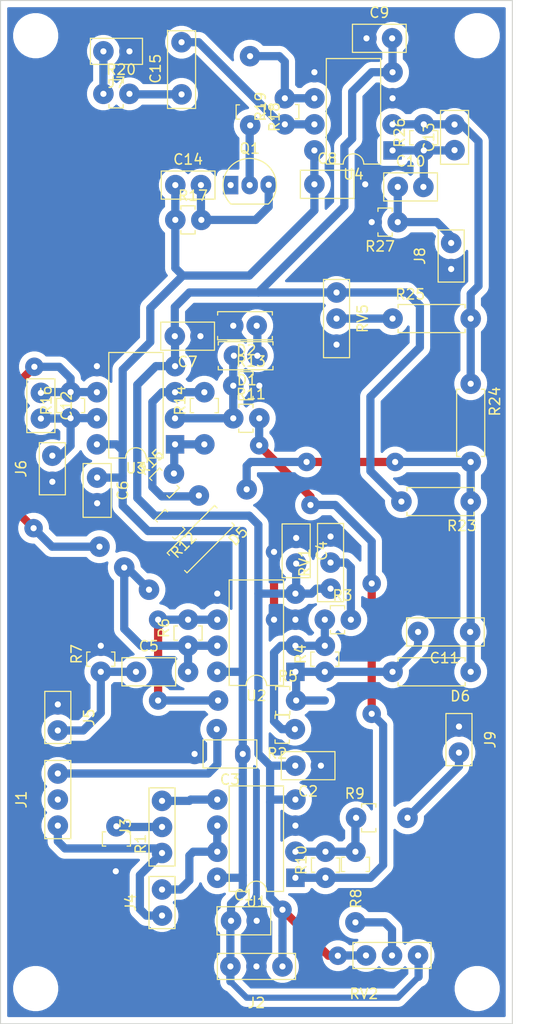
<source format=kicad_pcb>
(kicad_pcb (version 20171130) (host pcbnew "(5.1.7-0-10_14)")
  (layers (0 F.Cu signal) (31 B.Cu signal) (34 B.Paste user) (35 F.Paste user) (36 B.SilkS user) (37 F.SilkS user hide) (38 B.Mask user) (39 F.Mask user) (44 Edge.Cuts user))
  (net 0 "")
  (net 1 GND)
  (net 2 +12V)
  (net 3 -12V)
  (net 4 RAW_SAW)
  (net 5 +5V)
  (net 6 -5V)
  (net 7 COARSE)
  (net 8 "Net-(J3-Pad2)")
  (net 9 "Net-(J4-Pad1)")
  (net 10 SAW_DBL_INV)
  (net 11 OUT_SAW)
  (net 12 "Net-(R2-Pad1)")
  (net 13 "Net-(R3-Pad2)")
  (net 14 SAW_INV)
  (net 15 "Net-(R5-Pad1)")
  (net 16 "Net-(D1-Pad2)")
  (net 17 "Net-(D1-Pad1)")
  (net 18 "Net-(R8-Pad2)")
  (net 19 "Net-(R10-Pad2)")
  (net 20 "Net-(R12-Pad1)")
  (net 21 "Net-(R14-Pad1)")
  (net 22 PWM)
  (net 23 OUT_SQR)
  (net 24 "Net-(C10-Pad2)")
  (net 25 OUT_TRI)
  (net 26 "Net-(R25-Pad1)")
  (net 27 OUT_NOISE)
  (net 28 "Net-(C12-Pad1)")
  (net 29 "Net-(C11-Pad1)")
  (net 30 "Net-(C13-Pad2)")
  (net 31 "Net-(C14-Pad2)")
  (net 32 "Net-(C15-Pad2)")
  (net 33 "Net-(C15-Pad1)")
  (net 34 CV_PWM)
  (net 35 "Net-(Q1-Pad2)")
  (net 36 "Net-(Q1-Pad1)")
  (net 37 "Net-(R18-Pad1)")
  (module Zimo_Manual_PCB:R_Axial_DIN0207_L6.3mm_D2.5mm_P7.62mm_Horizontal (layer F.Cu) (at 163.1696 98.8568 180)
    (fp_text reference R23 (at 1.7272 -2.3622) (layer F.SilkS))
    (fp_text value 10k)
    (pad 1 thru_hole circle (at 0.8636 0 180) (size 2 2) (drill 0.6) (layers *.Cu *.Mask) (net 29 "Net-(C11-Pad1)"))
    (pad 2 thru_hole oval (at 7.62 0 180) (size 2 2) (drill 0.6) (layers *.Cu *.Mask) (net 3 -12V))
  )
  (module Zimo_Manual_PCB:R_Axial_DIN0207_L6.3mm_D2.5mm_P7.62mm_Horizontal (layer F.Cu) (at 154.686 81.026)
    (fp_text reference R25 (at 1.7272 -2.3622) (layer F.SilkS))
    (fp_text value 100k)
    (pad 1 thru_hole circle (at 0 0) (size 2 2) (drill 0.6) (layers *.Cu *.Mask) (net 26 "Net-(R25-Pad1)"))
    (pad 2 thru_hole oval (at 7.62 0) (size 2 2) (drill 0.6) (layers *.Cu *.Mask) (net 30 "Net-(C13-Pad2)"))
  )
  (module Zimo_Manual_PCB:R_Axial_DIN0207_L6.3mm_D2.5mm_P7.62mm_Horizontal (layer F.Cu) (at 162.306 87.376 270)
    (fp_text reference R24 (at 1.7272 -2.3622 90) (layer F.SilkS))
    (fp_text value 100k)
    (pad 1 thru_hole circle (at 0 0 270) (size 2 2) (drill 0.6) (layers *.Cu *.Mask) (net 30 "Net-(C13-Pad2)"))
    (pad 2 thru_hole oval (at 7.62 0 270) (size 2 2) (drill 0.6) (layers *.Cu *.Mask) (net 29 "Net-(C11-Pad1)"))
  )
  (module Zimo_Manual_PCB:D_Axial (layer F.Cu) (at 138.684 99.822 225)
    (fp_text reference D5 (at 1.016 -2.37 45) (layer F.SilkS))
    (fp_text value 1N4148)
    (pad 1 thru_hole circle (at -2.783879 0.269408 225) (size 2 2) (drill 0.6) (layers *.Cu *.Mask) (net 29 "Net-(C11-Pad1)"))
    (pad 2 thru_hole oval (at 10.86611 0.089803 225) (size 2 2) (drill 0.6) (layers *.Cu *.Mask) (net 10 SAW_DBL_INV))
  )
  (module Zimo_Manual_PCB:D_Axial (layer F.Cu) (at 162.306 115.443 180)
    (fp_text reference D6 (at 1.016 -2.37) (layer F.SilkS))
    (fp_text value 1N4148)
    (pad 1 thru_hole circle (at 0 0 180) (size 2 2) (drill 0.6) (layers *.Cu *.Mask) (net 29 "Net-(C11-Pad1)"))
    (pad 2 thru_hole oval (at 7.62 0 180) (size 2 2) (drill 0.6) (layers *.Cu *.Mask) (net 14 SAW_INV))
  )
  (module MountingHole:MountingHole_3.2mm_M3 (layer F.Cu) (at 162.941 146.304)
    (fp_text reference REF** hide)
    (fp_text value MountingHole_3.2mm_M3 hide)
    (pad 1 np_thru_hole circle (at 0 0) (size 3.2 3.2) (drill 3.2) (layers *.Cu *.Mask))
  )
  (module MountingHole:MountingHole_3.2mm_M3 (layer F.Cu) (at 119.888 146.304)
    (fp_text reference REF** hide)
    (fp_text value MountingHole_3.2mm_M3 hide)
    (pad 1 np_thru_hole circle (at 0 0) (size 3.2 3.2) (drill 3.2) (layers *.Cu *.Mask))
  )
  (module MountingHole:MountingHole_3.2mm_M3 (layer F.Cu) (at 119.888 53.467)
    (fp_text reference REF** hide)
    (fp_text value MountingHole_3.2mm_M3 hide)
    (pad 1 np_thru_hole circle (at 0 0) (size 3.2 3.2) (drill 3.2) (layers *.Cu *.Mask))
  )
  (module MountingHole:MountingHole_3.2mm_M3 (layer F.Cu) (at 162.941 53.467)
    (fp_text reference REF** hide)
    (fp_text value MountingHole_3.2mm_M3 hide)
    (pad 1 np_thru_hole circle (at 0 0) (size 3.2 3.2) (drill 3.2) (layers *.Cu *.Mask))
  )
  (module Zimo_Manual_PCB:C_Disc_D5.0mm_W2.5mm_P2.50mm (layer F.Cu) (at 138.938 139.7)
    (fp_text reference C1 (at 1.25 -2.5) (layer F.SilkS))
    (fp_text value 100n)
    (pad 1 thru_hole circle (at 0 0) (size 2 2) (drill 0.6) (layers *.Cu *.Mask) (net 2 +12V))
    (pad 2 thru_hole circle (at 2.5 0) (size 2 2) (drill 0.6) (layers *.Cu *.Mask) (net 1 GND))
  )
  (module Zimo_Manual_PCB:C_Disc_D5.0mm_W2.5mm_P2.50mm (layer F.Cu) (at 147.701 124.587 180)
    (fp_text reference C2 (at 1.25 -2.5) (layer F.SilkS))
    (fp_text value 100n)
    (pad 2 thru_hole circle (at 2.5 0 180) (size 2 2) (drill 0.6) (layers *.Cu *.Mask) (net 3 -12V))
    (pad 1 thru_hole circle (at 0 0 180) (size 2 2) (drill 0.6) (layers *.Cu *.Mask) (net 1 GND))
  )
  (module Zimo_Manual_PCB:C_Disc_D5.0mm_W2.5mm_P2.50mm (layer F.Cu) (at 140.081 123.444 180)
    (fp_text reference C3 (at 1.25 -2.5) (layer F.SilkS))
    (fp_text value 100n)
    (pad 2 thru_hole circle (at 4.699 0 180) (size 2 2) (drill 0.6) (layers *.Cu *.Mask) (net 1 GND))
    (pad 1 thru_hole oval (at 0 0 180) (size 1.5 2) (drill 0.6) (layers *.Cu *.Mask) (net 2 +12V))
  )
  (module Zimo_Manual_PCB:C_Disc_D5.0mm_W2.5mm_P2.50mm (layer F.Cu) (at 145.288 102.402 270)
    (fp_text reference C4 (at 1.25 -2.5 90) (layer F.SilkS))
    (fp_text value 100n)
    (pad 1 thru_hole circle (at 0 0 270) (size 2 2) (drill 0.6) (layers *.Cu *.Mask) (net 1 GND))
    (pad 2 thru_hole circle (at 2.5 0 270) (size 2 2) (drill 0.6) (layers *.Cu *.Mask) (net 3 -12V))
  )
  (module Zimo_Manual_PCB:C_Disc_D5.0mm_W2.5mm_P2.50mm (layer F.Cu) (at 129.667 115.443)
    (fp_text reference C5 (at 1.25 -2.5) (layer F.SilkS))
    (fp_text value 470n)
    (pad 2 thru_hole circle (at 5.08 0) (size 2 2) (drill 0.6) (layers *.Cu *.Mask) (net 10 SAW_DBL_INV))
    (pad 1 thru_hole circle (at 0 0) (size 2 2) (drill 0.6) (layers *.Cu *.Mask) (net 11 OUT_SAW))
  )
  (module Zimo_Manual_PCB:NSL25_01x03_Vertical (layer F.Cu) (at 122.047 125.349 270)
    (fp_text reference J1 (at 2.54 3.556 90) (layer F.SilkS))
    (fp_text value "In + 5VPower")
    (pad 1 thru_hole circle (at 0 0 270) (size 2 2) (drill 0.6) (layers *.Cu *.Mask) (net 4 RAW_SAW))
    (pad 2 thru_hole circle (at 2.54 0 270) (size 2 2) (drill 0.6) (layers *.Cu *.Mask) (net 5 +5V))
    (pad 3 thru_hole circle (at 5.08 0 270) (size 2 2) (drill 0.6) (layers *.Cu *.Mask) (net 6 -5V))
  )
  (module Zimo_Manual_PCB:NSL25_01x03_Vertical (layer F.Cu) (at 138.8745 144.145)
    (fp_text reference J2 (at 2.54 3.556) (layer F.SilkS))
    (fp_text value Power)
    (pad 3 thru_hole circle (at 5.08 0) (size 2 2) (drill 0.6) (layers *.Cu *.Mask) (net 3 -12V))
    (pad 2 thru_hole circle (at 2.54 0) (size 2 2) (drill 0.6) (layers *.Cu *.Mask) (net 1 GND))
    (pad 1 thru_hole circle (at 0 0) (size 2 2) (drill 0.6) (layers *.Cu *.Mask) (net 2 +12V))
  )
  (module Zimo_Manual_PCB:NSL25_01x03_Vertical (layer F.Cu) (at 132.207 128.016 270)
    (fp_text reference J3 (at 2.54 3.556 90) (layer F.SilkS))
    (fp_text value "Course Switch IO")
    (pad 1 thru_hole circle (at 0 0 270) (size 2 2) (drill 0.6) (layers *.Cu *.Mask) (net 7 COARSE))
    (pad 2 thru_hole circle (at 2.54 0 270) (size 2 2) (drill 0.6) (layers *.Cu *.Mask) (net 8 "Net-(J3-Pad2)"))
    (pad 3 thru_hole circle (at 5.08 0 270) (size 2 2) (drill 0.6) (layers *.Cu *.Mask) (net 6 -5V))
  )
  (module Zimo_Manual_PCB:NSL25_01x02_Vertical (layer F.Cu) (at 132.207 136.652 270)
    (fp_text reference J4 (at 1.27 3.048 90) (layer F.SilkS))
    (fp_text value "Coarse VCO IO")
    (pad 1 thru_hole circle (at 0 0 270) (size 2 2) (drill 0.6) (layers *.Cu *.Mask) (net 9 "Net-(J4-Pad1)"))
    (pad 2 thru_hole circle (at 2.54 0 270) (size 2 2) (drill 0.6) (layers *.Cu *.Mask) (net 6 -5V))
  )
  (module Zimo_Manual_PCB:NSL25_01x02_Vertical (layer F.Cu) (at 122.047 121.158 90)
    (fp_text reference J5 (at 1.27 3.048 90) (layer F.SilkS))
    (fp_text value "Saw Out")
    (pad 2 thru_hole circle (at 2.54 0 90) (size 2 2) (drill 0.6) (layers *.Cu *.Mask) (net 1 GND))
    (pad 1 thru_hole circle (at 0 0 90) (size 2 2) (drill 0.6) (layers *.Cu *.Mask) (net 11 OUT_SAW))
  )
  (module Zimo_Manual_PCB:R_Axial_Vertical (layer F.Cu) (at 127.762 130.4925 270)
    (fp_text reference R1 (at 1.7272 -2.3622 90) (layer F.SilkS))
    (fp_text value "1.5k (0.1%)")
    (pad 2 thru_hole oval (at 4.3815 0.0635 270) (size 2 2) (drill 0.6) (layers *.Cu *.Mask) (net 1 GND))
    (pad 1 thru_hole circle (at 0 0 270) (size 2 2) (drill 0.6) (layers *.Cu *.Mask) (net 8 "Net-(J3-Pad2)"))
  )
  (module Zimo_Manual_PCB:R_Axial_Vertical (layer F.Cu) (at 145.161 121.031 180)
    (fp_text reference R2 (at 1.7272 -2.3622) (layer F.SilkS))
    (fp_text value 10k)
    (pad 2 thru_hole oval (at 7.62 0 180) (size 2 2) (drill 0.6) (layers *.Cu *.Mask) (net 4 RAW_SAW))
    (pad 1 thru_hole circle (at 0 0 180) (size 2 2) (drill 0.6) (layers *.Cu *.Mask) (net 12 "Net-(R2-Pad1)"))
  )
  (module Zimo_Manual_PCB:R_Axial_Vertical (layer F.Cu) (at 148.082 110.363)
    (fp_text reference R3 (at 1.7272 -2.3622) (layer F.SilkS))
    (fp_text value 2.2k)
    (pad 1 thru_hole circle (at 0 0) (size 2 2) (drill 0.6) (layers *.Cu *.Mask) (net 12 "Net-(R2-Pad1)"))
    (pad 2 thru_hole oval (at 2.54 0) (size 2 2) (drill 0.6) (layers *.Cu *.Mask) (net 13 "Net-(R3-Pad2)"))
  )
  (module Zimo_Manual_PCB:R_Axial_Vertical (layer F.Cu) (at 148.082 115.443 90)
    (fp_text reference R4 (at 1.7272 -2.3622 90) (layer F.SilkS))
    (fp_text value 15k)
    (pad 2 thru_hole oval (at 2.54 0 90) (size 2 2) (drill 0.6) (layers *.Cu *.Mask) (net 12 "Net-(R2-Pad1)"))
    (pad 1 thru_hole circle (at 0 0 90) (size 2 2) (drill 0.6) (layers *.Cu *.Mask) (net 14 SAW_INV))
  )
  (module Zimo_Manual_PCB:R_Axial_Vertical (layer F.Cu) (at 142.748 118.237)
    (fp_text reference R5 (at 1.7272 -2.3622) (layer F.SilkS))
    (fp_text value 100k)
    (pad 1 thru_hole circle (at -5.08 0) (size 2 2) (drill 0.6) (layers *.Cu *.Mask) (net 15 "Net-(R5-Pad1)"))
    (pad 2 thru_hole oval (at 2.54 0) (size 2 2) (drill 0.6) (layers *.Cu *.Mask) (net 14 SAW_INV))
  )
  (module Zimo_Manual_PCB:R_Axial_Vertical (layer F.Cu) (at 134.747 112.903 90)
    (fp_text reference R6 (at 1.7272 -2.3622 90) (layer F.SilkS))
    (fp_text value 100k)
    (pad 2 thru_hole oval (at 2.54 0 90) (size 2 2) (drill 0.6) (layers *.Cu *.Mask) (net 15 "Net-(R5-Pad1)"))
    (pad 1 thru_hole circle (at 0 0 90) (size 2 2) (drill 0.6) (layers *.Cu *.Mask) (net 10 SAW_DBL_INV))
  )
  (module Zimo_Manual_PCB:R_Axial_Vertical (layer F.Cu) (at 126.238 115.443 90)
    (fp_text reference R7 (at 1.7272 -2.3622 90) (layer F.SilkS))
    (fp_text value 1M)
    (pad 1 thru_hole circle (at 0 0 90) (size 2 2) (drill 0.6) (layers *.Cu *.Mask) (net 11 OUT_SAW))
    (pad 2 thru_hole oval (at 2.54 0 90) (size 2 2) (drill 0.6) (layers *.Cu *.Mask) (net 1 GND))
  )
  (module Zimo_Manual_PCB:PinOut_01x03 (layer F.Cu) (at 148.6408 102.2604 270)
    (fp_text reference RV1 (at 2.54 2.54 90) (layer F.SilkS))
    (fp_text value 10k)
    (pad 1 thru_hole circle (at 0 0 270) (size 2 2) (drill 0.6) (layers *.Cu *.Mask) (net 1 GND))
    (pad 2 thru_hole circle (at 2.54 0 270) (size 2 2) (drill 0.6) (layers *.Cu *.Mask) (net 13 "Net-(R3-Pad2)"))
    (pad 3 thru_hole circle (at 5.08 0 270) (size 2 2) (drill 0.6) (layers *.Cu *.Mask) (net 3 -12V))
  )
  (module Zimo_Manual_PCB:DIP-8_W7.62mm (layer F.Cu) (at 145.2145 135.509 180)
    (fp_text reference U1 (at 3.81 -2.33) (layer F.SilkS))
    (fp_text value TL072)
    (pad 1 thru_hole rect (at 0 0 180) (size 1.8 1.8) (drill 0.6) (layers *.Cu *.Mask) (net 22 PWM))
    (pad 5 thru_hole oval (at 7.62 7.62 180) (size 2 2) (drill 0.6) (layers *.Cu *.Mask) (net 7 COARSE))
    (pad 2 thru_hole oval (at 0 2.54 180) (size 2 2) (drill 0.6) (layers *.Cu *.Mask) (net 19 "Net-(R10-Pad2)"))
    (pad 6 thru_hole oval (at 7.62 5.08 180) (size 2 2) (drill 0.6) (layers *.Cu *.Mask) (net 9 "Net-(J4-Pad1)"))
    (pad 3 thru_hole oval (at 0 5.08 180) (size 2 2) (drill 0.6) (layers *.Cu *.Mask) (net 1 GND))
    (pad 7 thru_hole oval (at 7.62 2.54 180) (size 2 2) (drill 0.6) (layers *.Cu *.Mask) (net 9 "Net-(J4-Pad1)"))
    (pad 4 thru_hole oval (at 0 7.62 180) (size 2 2) (drill 0.6) (layers *.Cu *.Mask) (net 3 -12V))
    (pad 8 thru_hole oval (at 7.62 0 180) (size 2 2) (drill 0.6) (layers *.Cu *.Mask) (net 2 +12V))
  )
  (module Zimo_Manual_PCB:DIP-8_W7.62mm (layer F.Cu) (at 145.2145 115.443 180)
    (fp_text reference U2 (at 3.81 -2.33) (layer F.SilkS))
    (fp_text value TL072)
    (pad 8 thru_hole oval (at 7.62 0 180) (size 2 2) (drill 0.6) (layers *.Cu *.Mask) (net 2 +12V))
    (pad 4 thru_hole oval (at 0 7.62 180) (size 2 2) (drill 0.6) (layers *.Cu *.Mask) (net 3 -12V))
    (pad 7 thru_hole oval (at 7.62 2.54 180) (size 2 2) (drill 0.6) (layers *.Cu *.Mask) (net 10 SAW_DBL_INV))
    (pad 3 thru_hole oval (at 0 5.08 180) (size 2 2) (drill 0.6) (layers *.Cu *.Mask) (net 1 GND))
    (pad 6 thru_hole oval (at 7.62 5.08 180) (size 2 2) (drill 0.6) (layers *.Cu *.Mask) (net 15 "Net-(R5-Pad1)"))
    (pad 2 thru_hole oval (at 0 2.54 180) (size 2 2) (drill 0.6) (layers *.Cu *.Mask) (net 12 "Net-(R2-Pad1)"))
    (pad 5 thru_hole oval (at 7.62 7.62 180) (size 2 2) (drill 0.6) (layers *.Cu *.Mask) (net 1 GND))
    (pad 1 thru_hole rect (at 0 0 180) (size 1.8 1.8) (drill 0.6) (layers *.Cu *.Mask) (net 14 SAW_INV))
  )
  (module Zimo_Manual_PCB:C_Disc_D5.0mm_W2.5mm_P2.50mm (layer F.Cu) (at 125.8805 96.52 270)
    (fp_text reference C6 (at 1.25 -2.5 270) (layer F.SilkS))
    (fp_text value 100n)
    (pad 2 thru_hole circle (at 2.5 0 270) (size 2 2) (drill 0.6) (layers *.Cu *.Mask) (net 1 GND))
    (pad 1 thru_hole circle (at 0 0 270) (size 2 2) (drill 0.6) (layers *.Cu *.Mask) (net 2 +12V))
  )
  (module Zimo_Manual_PCB:C_Disc_D5.0mm_W2.5mm_P2.50mm (layer F.Cu) (at 135.9535 82.7405 180)
    (fp_text reference C7 (at 1.25 -2.5) (layer F.SilkS))
    (fp_text value 100n)
    (pad 1 thru_hole circle (at 0 0 180) (size 2 2) (drill 0.6) (layers *.Cu *.Mask) (net 1 GND))
    (pad 2 thru_hole circle (at 2.5 0 180) (size 2 2) (drill 0.6) (layers *.Cu *.Mask) (net 3 -12V))
  )
  (module Zimo_Manual_PCB:D_Axial-Vertical (layer F.Cu) (at 141.5034 84.6455 180)
    (fp_text reference D1 (at 1.016 -2.37) (layer F.SilkS))
    (fp_text value 4.7V)
    (pad 2 thru_hole oval (at 2.286 0 180) (size 2 2) (drill 0.6) (layers *.Cu *.Mask) (net 16 "Net-(D1-Pad2)"))
    (pad 1 thru_hole circle (at 0 0 180) (size 2 2) (drill 0.6) (layers *.Cu *.Mask) (net 17 "Net-(D1-Pad1)"))
  )
  (module Zimo_Manual_PCB:D_Axial-Vertical (layer F.Cu) (at 141.4399 81.7245 180)
    (fp_text reference D2 (at 1.016 -2.37) (layer F.SilkS))
    (fp_text value 4.7V)
    (pad 1 thru_hole circle (at 0 0 180) (size 2 2) (drill 0.6) (layers *.Cu *.Mask) (net 17 "Net-(D1-Pad1)"))
    (pad 2 thru_hole oval (at 2.286 0 180) (size 2 2) (drill 0.6) (layers *.Cu *.Mask) (net 1 GND))
  )
  (module Zimo_Manual_PCB:R_Axial_Vertical (layer F.Cu) (at 139.1539 90.7415)
    (fp_text reference R11 (at 1.7272 -2.3622) (layer F.SilkS))
    (fp_text value 47k)
    (pad 1 thru_hole circle (at 0 0) (size 2 2) (drill 0.6) (layers *.Cu *.Mask) (net 16 "Net-(D1-Pad2)"))
    (pad 2 thru_hole oval (at 2.54 0) (size 2 2) (drill 0.6) (layers *.Cu *.Mask) (net 22 PWM))
  )
  (module Zimo_Manual_PCB:R_Axial_Vertical (layer F.Cu) (at 133.858 100.203 225)
    (fp_text reference R12 (at 1.7272 -2.3622 45) (layer F.SilkS))
    (fp_text value 2.2k)
    (pad 1 thru_hole circle (at -2.7432 0 225) (size 2 2) (drill 0.6) (layers *.Cu *.Mask) (net 20 "Net-(R12-Pad1)"))
    (pad 2 thru_hole oval (at 7.36381 0.179605 225) (size 2 2) (drill 0.6) (layers *.Cu *.Mask) (net 10 SAW_DBL_INV))
  )
  (module Zimo_Manual_PCB:R_Axial_Vertical (layer F.Cu) (at 139.1539 87.5665)
    (fp_text reference R13 (at 1.7272 -2.3622) (layer F.SilkS))
    (fp_text value 220k)
    (pad 2 thru_hole oval (at 2.54 0) (size 2 2) (drill 0.6) (layers *.Cu *.Mask) (net 1 GND))
    (pad 1 thru_hole circle (at 0 0) (size 2 2) (drill 0.6) (layers *.Cu *.Mask) (net 16 "Net-(D1-Pad2)"))
  )
  (module Zimo_Manual_PCB:R_Axial_Vertical (layer F.Cu) (at 136.3345 90.7415 90)
    (fp_text reference R14 (at 1.7272 -2.3622 90) (layer F.SilkS))
    (fp_text value 2.2M)
    (pad 2 thru_hole oval (at 2.54 0 90) (size 2 2) (drill 0.6) (layers *.Cu *.Mask) (net 20 "Net-(R12-Pad1)"))
    (pad 1 thru_hole circle (at -2.54 0 90) (size 2 2) (drill 0.6) (layers *.Cu *.Mask) (net 21 "Net-(R14-Pad1)"))
  )
  (module Zimo_Manual_PCB:R_Axial_Vertical (layer F.Cu) (at 131.572 97.917 45)
    (fp_text reference R15 (at 1.7272 -2.3622 45) (layer F.SilkS))
    (fp_text value 240k)
    (pad 1 thru_hole circle (at -7.633218 -0.089803 45) (size 2 2) (drill 0.6) (layers *.Cu *.Mask) (net 28 "Net-(C12-Pad1)"))
    (pad 2 thru_hole oval (at 2.54 0 45) (size 2 2) (drill 0.6) (layers *.Cu *.Mask) (net 21 "Net-(R14-Pad1)"))
  )
  (module Zimo_Manual_PCB:R_Axial_Vertical (layer F.Cu) (at 123.2916 90.7288 90)
    (fp_text reference R16 (at 1.7272 -2.3622 90) (layer F.SilkS))
    (fp_text value 100k)
    (pad 2 thru_hole oval (at 2.54 0 90) (size 2 2) (drill 0.6) (layers *.Cu *.Mask) (net 28 "Net-(C12-Pad1)"))
    (pad 1 thru_hole circle (at 0 0 90) (size 2 2) (drill 0.6) (layers *.Cu *.Mask) (net 23 OUT_SQR))
  )
  (module Zimo_Manual_PCB:R_Axial_Vertical (layer F.Cu) (at 151.0665 132.969 270)
    (fp_text reference R8 (at 4.572 -0.0635 90) (layer F.SilkS))
    (fp_text value 150k)
    (pad 2 thru_hole oval (at 6.8834 0 270) (size 2 2) (drill 0.6) (layers *.Cu *.Mask) (net 18 "Net-(R8-Pad2)"))
    (pad 1 thru_hole circle (at 0 0 270) (size 2 2) (drill 0.6) (layers *.Cu *.Mask) (net 19 "Net-(R10-Pad2)"))
  )
  (module Zimo_Manual_PCB:R_Axial_Vertical (layer F.Cu) (at 151.13 129.667)
    (fp_text reference R9 (at -0.127 -2.3622) (layer F.SilkS))
    (fp_text value 47k)
    (pad 1 thru_hole circle (at 0 0) (size 2 2) (drill 0.6) (layers *.Cu *.Mask) (net 19 "Net-(R10-Pad2)"))
    (pad 2 thru_hole oval (at 5.0165 0) (size 2 2) (drill 0.6) (layers *.Cu *.Mask) (net 34 CV_PWM))
  )
  (module Zimo_Manual_PCB:R_Axial_Vertical (layer F.Cu) (at 148.1455 135.509 90)
    (fp_text reference R10 (at 1.7272 -2.3622 90) (layer F.SilkS))
    (fp_text value 100k)
    (pad 2 thru_hole oval (at 2.54 0 90) (size 2 2) (drill 0.6) (layers *.Cu *.Mask) (net 19 "Net-(R10-Pad2)"))
    (pad 1 thru_hole circle (at 0 0 90) (size 2 2) (drill 0.6) (layers *.Cu *.Mask) (net 22 PWM))
  )
  (module Zimo_Manual_PCB:NSL25_01x03_Vertical (layer F.Cu) (at 157.1752 143.0782 180)
    (fp_text reference RV2 (at 5.2832 -3.7338) (layer F.SilkS))
    (fp_text value 100k)
    (pad 3 thru_hole circle (at 5.08 0 180) (size 2 2) (drill 0.6) (layers *.Cu *.Mask) (net 3 -12V))
    (pad 2 thru_hole circle (at 2.54 0 180) (size 2 2) (drill 0.6) (layers *.Cu *.Mask) (net 18 "Net-(R8-Pad2)"))
    (pad 1 thru_hole circle (at 0 0 180) (size 2 2) (drill 0.6) (layers *.Cu *.Mask) (net 2 +12V))
  )
  (module Zimo_Manual_PCB:DIP-8_W7.62mm (layer F.Cu) (at 133.477 93.2815 180)
    (fp_text reference U3 (at 3.81 -2.33) (layer F.SilkS))
    (fp_text value TL072)
    (pad 8 thru_hole oval (at 7.62 0 180) (size 2 2) (drill 0.6) (layers *.Cu *.Mask) (net 2 +12V))
    (pad 4 thru_hole oval (at 0 7.62 180) (size 2 2) (drill 0.6) (layers *.Cu *.Mask) (net 3 -12V))
    (pad 7 thru_hole oval (at 7.62 2.54 180) (size 2 2) (drill 0.6) (layers *.Cu *.Mask) (net 23 OUT_SQR))
    (pad 3 thru_hole oval (at 0 5.08 180) (size 2 2) (drill 0.6) (layers *.Cu *.Mask) (net 20 "Net-(R12-Pad1)"))
    (pad 6 thru_hole oval (at 7.62 5.08 180) (size 2 2) (drill 0.6) (layers *.Cu *.Mask) (net 28 "Net-(C12-Pad1)"))
    (pad 2 thru_hole oval (at 0 2.54 180) (size 2 2) (drill 0.6) (layers *.Cu *.Mask) (net 16 "Net-(D1-Pad2)"))
    (pad 5 thru_hole oval (at 7.62 7.62 180) (size 2 2) (drill 0.6) (layers *.Cu *.Mask) (net 1 GND))
    (pad 1 thru_hole rect (at 0 0 180) (size 1.8 1.8) (drill 0.6) (layers *.Cu *.Mask) (net 21 "Net-(R14-Pad1)"))
  )
  (module Zimo_Manual_PCB:NSL25_01x02_Vertical (layer F.Cu) (at 121.5136 94.3864 270)
    (fp_text reference J6 (at 1.27 3.048 90) (layer F.SilkS))
    (fp_text value "Square Out")
    (pad 1 thru_hole circle (at 0 0 270) (size 2 2) (drill 0.6) (layers *.Cu *.Mask) (net 23 OUT_SQR))
    (pad 2 thru_hole circle (at 2.54 0 270) (size 2 2) (drill 0.6) (layers *.Cu *.Mask) (net 1 GND))
  )
  (module Zimo_Manual_PCB:C_Disc_D5.0mm_W2.5mm_P2.50mm (layer F.Cu) (at 147.066 67.945)
    (fp_text reference C8 (at 1.25 -2.5) (layer F.SilkS))
    (fp_text value 100n)
    (pad 2 thru_hole circle (at 4.953 0) (size 2 2) (drill 0.6) (layers *.Cu *.Mask) (net 1 GND))
    (pad 1 thru_hole circle (at 0 0) (size 2 2) (drill 0.6) (layers *.Cu *.Mask) (net 2 +12V))
  )
  (module Zimo_Manual_PCB:C_Disc_D5.0mm_W2.5mm_P2.50mm (layer F.Cu) (at 152.146 53.721)
    (fp_text reference C9 (at 1.25 -2.5) (layer F.SilkS))
    (fp_text value 100n)
    (pad 1 thru_hole circle (at 0 0) (size 2 2) (drill 0.6) (layers *.Cu *.Mask) (net 1 GND))
    (pad 2 thru_hole circle (at 2.5 0) (size 2 2) (drill 0.6) (layers *.Cu *.Mask) (net 3 -12V))
  )
  (module Zimo_Manual_PCB:DIP-8_W7.62mm (layer F.Cu) (at 154.686 64.643 180)
    (fp_text reference U4 (at 3.81 -2.33) (layer F.SilkS))
    (fp_text value TL072)
    (pad 8 thru_hole oval (at 7.62 0 180) (size 2 2) (drill 0.6) (layers *.Cu *.Mask) (net 2 +12V))
    (pad 4 thru_hole oval (at 0 7.62 180) (size 2 2) (drill 0.6) (layers *.Cu *.Mask) (net 3 -12V))
    (pad 7 thru_hole oval (at 7.62 2.54 180) (size 2 2) (drill 0.6) (layers *.Cu *.Mask) (net 32 "Net-(C15-Pad2)"))
    (pad 3 thru_hole oval (at 0 5.08 180) (size 2 2) (drill 0.6) (layers *.Cu *.Mask) (net 1 GND))
    (pad 6 thru_hole oval (at 7.62 5.08 180) (size 2 2) (drill 0.6) (layers *.Cu *.Mask) (net 37 "Net-(R18-Pad1)"))
    (pad 2 thru_hole oval (at 0 2.54 180) (size 2 2) (drill 0.6) (layers *.Cu *.Mask) (net 30 "Net-(C13-Pad2)"))
    (pad 5 thru_hole oval (at 7.62 7.62 180) (size 2 2) (drill 0.6) (layers *.Cu *.Mask) (net 1 GND))
    (pad 1 thru_hole rect (at 0 0 180) (size 1.8 1.8) (drill 0.6) (layers *.Cu *.Mask) (net 24 "Net-(C10-Pad2)"))
  )
  (module Zimo_Manual_PCB:C_Disc_D5.0mm_W2.5mm_P2.50mm (layer F.Cu) (at 155.194 68.199)
    (fp_text reference C10 (at 1.25 -2.5) (layer F.SilkS))
    (fp_text value 470n)
    (pad 2 thru_hole circle (at 2.5 0) (size 2 2) (drill 0.6) (layers *.Cu *.Mask) (net 24 "Net-(C10-Pad2)"))
    (pad 1 thru_hole circle (at 0 0) (size 2 2) (drill 0.6) (layers *.Cu *.Mask) (net 25 OUT_TRI))
  )
  (module Zimo_Manual_PCB:NSL25_01x02_Vertical (layer F.Cu) (at 160.401 73.66 270)
    (fp_text reference J8 (at 1.27 3.048 90) (layer F.SilkS))
    (fp_text value "Tri Out")
    (pad 1 thru_hole circle (at 0 0 270) (size 2 2) (drill 0.6) (layers *.Cu *.Mask) (net 25 OUT_TRI))
    (pad 2 thru_hole circle (at 2.54 0 270) (size 2 2) (drill 0.6) (layers *.Cu *.Mask) (net 1 GND))
  )
  (module Zimo_Manual_PCB:R_Axial_Vertical (layer F.Cu) (at 157.734 64.643 90)
    (fp_text reference R26 (at 1.7272 -2.3622 90) (layer F.SilkS))
    (fp_text value 220k)
    (pad 1 thru_hole circle (at 0 0 90) (size 2 2) (drill 0.6) (layers *.Cu *.Mask) (net 24 "Net-(C10-Pad2)"))
    (pad 2 thru_hole oval (at 2.54 0 90) (size 2 2) (drill 0.6) (layers *.Cu *.Mask) (net 30 "Net-(C13-Pad2)"))
  )
  (module Zimo_Manual_PCB:R_Axial_Vertical (layer F.Cu) (at 155.194 71.628 180)
    (fp_text reference R27 (at 1.7272 -2.3622) (layer F.SilkS))
    (fp_text value 1M)
    (pad 2 thru_hole oval (at 2.54 0 180) (size 2 2) (drill 0.6) (layers *.Cu *.Mask) (net 1 GND))
    (pad 1 thru_hole circle (at 0 0 180) (size 2 2) (drill 0.6) (layers *.Cu *.Mask) (net 25 OUT_TRI))
  )
  (module Zimo_Manual_PCB:PinOut_01x03 (layer F.Cu) (at 149.225 83.566 90)
    (fp_text reference RV5 (at 2.54 2.54 90) (layer F.SilkS))
    (fp_text value 100k)
    (pad 1 thru_hole circle (at 0 0 90) (size 2 2) (drill 0.6) (layers *.Cu *.Mask) (net 1 GND))
    (pad 2 thru_hole circle (at 2.54 0 90) (size 2 2) (drill 0.6) (layers *.Cu *.Mask) (net 26 "Net-(R25-Pad1)"))
    (pad 3 thru_hole circle (at 5.08 0 90) (size 2 2) (drill 0.6) (layers *.Cu *.Mask) (net 3 -12V))
  )
  (module Zimo_Manual_PCB:NSL25_01x02_Vertical (layer F.Cu) (at 161.163 123.317 90)
    (fp_text reference J9 (at 1.27 3.048 90) (layer F.SilkS))
    (fp_text value PWM)
    (pad 1 thru_hole circle (at 0 0 90) (size 2 2) (drill 0.6) (layers *.Cu *.Mask) (net 34 CV_PWM))
    (pad 2 thru_hole circle (at 2.54 0 90) (size 2 2) (drill 0.6) (layers *.Cu *.Mask) (net 1 GND))
  )
  (module Zimo_Manual_PCB:NSL25_01x02_Vertical (layer F.Cu) (at 126.492 54.991)
    (fp_text reference J7 (at 1.27 3.048) (layer F.SilkS))
    (fp_text value "Noise Out")
    (pad 1 thru_hole circle (at 0 0) (size 2 2) (drill 0.6) (layers *.Cu *.Mask) (net 27 OUT_NOISE))
    (pad 2 thru_hole circle (at 2.54 0) (size 2 2) (drill 0.6) (layers *.Cu *.Mask) (net 1 GND))
  )
  (module Zimo_Manual_PCB:C_Disc_D5.0mm_W2.5mm_P2.50mm (layer F.Cu) (at 120.396 88.265 270)
    (fp_text reference C12 (at 1.25 -2.5 90) (layer F.SilkS))
    (fp_text value 22p)
    (pad 2 thru_hole circle (at 2.5 0 270) (size 2 2) (drill 0.6) (layers *.Cu *.Mask) (net 23 OUT_SQR))
    (pad 1 thru_hole circle (at 0 0 270) (size 2 2) (drill 0.6) (layers *.Cu *.Mask) (net 28 "Net-(C12-Pad1)"))
  )
  (module Zimo_Manual_PCB:C_Foil_P5.48mm (layer F.Cu) (at 162.2552 111.5568 180)
    (fp_text reference C11 (at 2.5 -2.54) (layer F.SilkS))
    (fp_text value "2.2n foil")
    (pad 2 thru_hole circle (at 5.08 0 180) (size 2 2) (drill 0.6) (layers *.Cu *.Mask) (net 14 SAW_INV))
    (pad 1 thru_hole circle (at 0 0 180) (size 2 2) (drill 0.6) (layers *.Cu *.Mask) (net 29 "Net-(C11-Pad1)"))
  )
  (module Zimo_Manual_PCB:C_Disc_D5.0mm_W2.5mm_P2.50mm (layer F.Cu) (at 160.7312 64.6176 90)
    (fp_text reference C13 (at 1.25 -2.5 90) (layer F.SilkS))
    (fp_text value 22p)
    (pad 2 thru_hole circle (at 2.5 0 90) (size 2 2) (drill 0.6) (layers *.Cu *.Mask) (net 30 "Net-(C13-Pad2)"))
    (pad 1 thru_hole circle (at 0 0 90) (size 2 2) (drill 0.6) (layers *.Cu *.Mask) (net 24 "Net-(C10-Pad2)"))
  )
  (module Zimo_Manual_PCB:C_Disc_D5.0mm_W2.5mm_P2.50mm (layer F.Cu) (at 133.5024 68.0212)
    (fp_text reference C14 (at 1.25 -2.5) (layer F.SilkS))
    (fp_text value 100n)
    (pad 2 thru_hole circle (at 2.5 0) (size 2 2) (drill 0.6) (layers *.Cu *.Mask) (net 31 "Net-(C14-Pad2)"))
    (pad 1 thru_hole circle (at 0 0) (size 2 2) (drill 0.6) (layers *.Cu *.Mask) (net 2 +12V))
  )
  (module Zimo_Manual_PCB:C_Foil_P5.48mm (layer F.Cu) (at 134.112 59.182 90)
    (fp_text reference C15 (at 2.5 -2.54 90) (layer F.SilkS))
    (fp_text value 1u)
    (pad 2 thru_hole circle (at 5.08 0 90) (size 2 2) (drill 0.6) (layers *.Cu *.Mask) (net 32 "Net-(C15-Pad2)"))
    (pad 1 thru_hole circle (at 0 0 90) (size 2 2) (drill 0.6) (layers *.Cu *.Mask) (net 33 "Net-(C15-Pad1)"))
  )
  (module Zimo_Manual_PCB:TO-92_Inline (layer F.Cu) (at 139.4841 68.0212)
    (fp_text reference Q1 (at 1.27 -3.56) (layer F.SilkS))
    (fp_text value BC548)
    (pad 2 thru_hole oval (at 1.27 0) (size 1.6 1.8) (drill 0.6) (layers *.Cu *.Mask) (net 35 "Net-(Q1-Pad2)"))
    (pad 3 thru_hole oval (at 3.1242 -0.0254) (size 1.6 1.8) (drill 0.6) (layers *.Cu *.Mask) (net 31 "Net-(C14-Pad2)"))
    (pad 1 thru_hole rect (at -0.5842 0) (size 1.5 1.8) (drill 0.6) (layers *.Cu *.Mask) (net 36 "Net-(Q1-Pad1)"))
  )
  (module Zimo_Manual_PCB:R_Axial_Vertical (layer F.Cu) (at 133.5024 71.4121)
    (fp_text reference R17 (at 1.7272 -2.3622) (layer F.SilkS))
    (fp_text value 470k)
    (pad 1 thru_hole circle (at 0 0) (size 2 2) (drill 0.6) (layers *.Cu *.Mask) (net 2 +12V))
    (pad 2 thru_hole oval (at 2.54 0) (size 2 2) (drill 0.6) (layers *.Cu *.Mask) (net 31 "Net-(C14-Pad2)"))
  )
  (module Zimo_Manual_PCB:R_Axial_Vertical (layer F.Cu) (at 140.8049 59.6646 270)
    (fp_text reference R18 (at 1.7272 -2.3622 90) (layer F.SilkS))
    (fp_text value 2.2k)
    (pad 2 thru_hole oval (at 2.54 0 270) (size 2 2) (drill 0.6) (layers *.Cu *.Mask) (net 35 "Net-(Q1-Pad2)"))
    (pad 1 thru_hole circle (at -4.2037 0.0127 270) (size 2 2) (drill 0.6) (layers *.Cu *.Mask) (net 37 "Net-(R18-Pad1)"))
  )
  (module Zimo_Manual_PCB:R_Axial_Vertical (layer F.Cu) (at 144.1831 62.103 90)
    (fp_text reference R19 (at 1.7272 -2.3622 90) (layer F.SilkS))
    (fp_text value 3.3M)
    (pad 1 thru_hole circle (at 0 0 90) (size 2 2) (drill 0.6) (layers *.Cu *.Mask) (net 32 "Net-(C15-Pad2)"))
    (pad 2 thru_hole oval (at 2.54 0 90) (size 2 2) (drill 0.6) (layers *.Cu *.Mask) (net 37 "Net-(R18-Pad1)"))
  )
  (module Zimo_Manual_PCB:R_Axial_Vertical (layer F.Cu) (at 126.492 59.1312)
    (fp_text reference R20 (at 1.7272 -2.3622) (layer F.SilkS))
    (fp_text value 1k)
    (pad 2 thru_hole oval (at 2.54 0) (size 2 2) (drill 0.6) (layers *.Cu *.Mask) (net 33 "Net-(C15-Pad1)"))
    (pad 1 thru_hole circle (at 0 0) (size 2 2) (drill 0.6) (layers *.Cu *.Mask) (net 27 OUT_NOISE))
  )
  (gr_line (start 116.459 149.733) (end 116.459 50.038) (layer Edge.Cuts) (width 0.1))
  (gr_line (start 166.37 149.733) (end 116.459 149.733) (layer Edge.Cuts) (width 0.1))
  (gr_line (start 166.37 50.038) (end 166.37 149.733) (layer Edge.Cuts) (width 0.1))
  (gr_line (start 116.459 50.038) (end 166.37 50.038) (layer Edge.Cuts) (width 0.1))
  (via (at 143.129 110.363) (size 1.6) (drill 0.6) (layers F.Cu B.Cu) (net 1))
  (segment (start 145.2145 110.363) (end 143.129 110.363) (width 0.8) (layer B.Cu) (net 1))
  (segment (start 143.129 110.363) (end 143.129 103.759) (width 0.8) (layer F.Cu) (net 1))
  (via (at 143.129 103.759) (size 1.6) (drill 0.6) (layers F.Cu B.Cu) (net 1))
  (segment (start 138.8745 139.7635) (end 138.938 139.7) (width 0.8) (layer B.Cu) (net 2))
  (segment (start 138.8745 144.145) (end 138.8745 139.7635) (width 0.8) (layer B.Cu) (net 2))
  (segment (start 138.938 139.7) (end 138.938 138.049) (width 0.8) (layer B.Cu) (net 2))
  (segment (start 138.938 138.049) (end 140.081 136.906) (width 0.8) (layer B.Cu) (net 2))
  (segment (start 139.827 135.509) (end 140.081 135.255) (width 0.8) (layer B.Cu) (net 2))
  (segment (start 137.5945 135.509) (end 139.827 135.509) (width 0.8) (layer B.Cu) (net 2))
  (segment (start 140.081 136.906) (end 140.081 135.255) (width 0.8) (layer B.Cu) (net 2))
  (segment (start 140.081 115.443) (end 137.5945 115.443) (width 0.8) (layer B.Cu) (net 2))
  (segment (start 140.081 135.255) (end 140.081 115.443) (width 0.8) (layer B.Cu) (net 2))
  (segment (start 127.7747 93.2815) (end 125.857 93.2815) (width 0.8) (layer B.Cu) (net 2))
  (segment (start 128.3716 93.8784) (end 127.7747 93.2815) (width 0.8) (layer B.Cu) (net 2))
  (segment (start 125.8805 96.52) (end 128.2192 96.52) (width 0.8) (layer B.Cu) (net 2))
  (segment (start 128.3716 96.3676) (end 128.3716 93.8784) (width 0.8) (layer B.Cu) (net 2))
  (segment (start 128.2192 96.52) (end 128.3716 96.3676) (width 0.8) (layer B.Cu) (net 2))
  (segment (start 147.066 67.945) (end 147.066 64.643) (width 0.8) (layer B.Cu) (net 2))
  (segment (start 147.066 70.485) (end 147.066 67.945) (width 0.8) (layer B.Cu) (net 2))
  (segment (start 143.51 74.041) (end 147.066 70.485) (width 0.8) (layer B.Cu) (net 2))
  (segment (start 128.3716 99.2632) (end 128.3716 96.3676) (width 0.8) (layer B.Cu) (net 2))
  (segment (start 130.8354 101.727) (end 128.3716 99.2632) (width 0.8) (layer B.Cu) (net 2))
  (segment (start 140.081 101.727) (end 130.8354 101.727) (width 0.8) (layer B.Cu) (net 2))
  (segment (start 140.081 115.443) (end 140.081 101.727) (width 0.8) (layer B.Cu) (net 2))
  (segment (start 157.226 145.161) (end 157.226 143.129) (width 0.8) (layer B.Cu) (net 2))
  (segment (start 157.226 143.129) (end 157.1752 143.0782) (width 0.8) (layer B.Cu) (net 2))
  (segment (start 155.194 147.193) (end 157.226 145.161) (width 0.6) (layer B.Cu) (net 2))
  (segment (start 140.462 147.193) (end 155.194 147.193) (width 0.6) (layer B.Cu) (net 2))
  (segment (start 138.8745 145.6055) (end 140.462 147.193) (width 0.6) (layer B.Cu) (net 2))
  (segment (start 138.8745 144.145) (end 138.8745 145.6055) (width 0.8) (layer B.Cu) (net 2))
  (segment (start 134.239 76.835) (end 140.716 76.835) (width 0.8) (layer B.Cu) (net 2))
  (segment (start 140.716 76.835) (end 143.637 73.914) (width 0.8) (layer B.Cu) (net 2))
  (segment (start 131.064 80.01) (end 134.239 76.835) (width 0.8) (layer B.Cu) (net 2))
  (segment (start 131.064 83.312) (end 131.064 80.01) (width 0.8) (layer B.Cu) (net 2))
  (segment (start 128.3716 86.0044) (end 131.064 83.312) (width 0.8) (layer B.Cu) (net 2))
  (segment (start 128.3716 93.8784) (end 128.3716 86.0044) (width 0.8) (layer B.Cu) (net 2))
  (segment (start 133.5024 76.0984) (end 134.239 76.835) (width 0.8) (layer B.Cu) (net 2))
  (segment (start 133.5024 71.4121) (end 133.5024 76.0984) (width 0.8) (layer B.Cu) (net 2))
  (segment (start 133.5024 71.4121) (end 133.5024 68.0212) (width 0.8) (layer B.Cu) (net 2))
  (segment (start 143.9545 138.6205) (end 142.748 137.414) (width 0.8) (layer B.Cu) (net 3))
  (segment (start 142.748 137.414) (end 142.748 128.143) (width 0.8) (layer B.Cu) (net 3))
  (segment (start 143.002 127.889) (end 142.748 128.143) (width 0.8) (layer B.Cu) (net 3))
  (segment (start 145.2145 127.889) (end 143.002 127.889) (width 0.8) (layer B.Cu) (net 3))
  (segment (start 145.201 124.587) (end 142.748 124.587) (width 0.8) (layer B.Cu) (net 3))
  (segment (start 142.748 128.143) (end 142.748 124.587) (width 0.8) (layer B.Cu) (net 3))
  (segment (start 141.605 107.823) (end 145.2145 107.823) (width 0.8) (layer B.Cu) (net 3))
  (segment (start 141.605 123.444) (end 141.605 107.823) (width 0.8) (layer B.Cu) (net 3))
  (segment (start 142.748 124.587) (end 141.605 123.444) (width 0.8) (layer B.Cu) (net 3))
  (segment (start 145.288 107.7495) (end 145.2145 107.823) (width 0.8) (layer B.Cu) (net 3))
  (segment (start 145.288 104.902) (end 145.288 107.7495) (width 0.8) (layer B.Cu) (net 3))
  (segment (start 143.9545 141.1605) (end 143.9545 138.6205) (width 0.8) (layer B.Cu) (net 3))
  (segment (start 143.9545 144.145) (end 143.9545 141.1605) (width 0.8) (layer B.Cu) (net 3))
  (via (at 149.352 143.1036) (size 1.8) (drill 0.6) (layers F.Cu B.Cu) (net 3))
  (segment (start 144.018 138.684) (end 143.9545 138.6205) (width 0.8) (layer F.Cu) (net 3))
  (via (at 143.9545 138.6205) (size 1.8) (drill 0.6) (layers F.Cu B.Cu) (net 3))
  (segment (start 131.6101 85.6615) (end 133.477 85.6615) (width 0.8) (layer B.Cu) (net 3))
  (segment (start 129.794 87.4776) (end 131.6101 85.6615) (width 0.8) (layer B.Cu) (net 3))
  (segment (start 129.794 98.5012) (end 129.794 87.4776) (width 0.8) (layer B.Cu) (net 3))
  (segment (start 131.5212 100.2284) (end 129.794 98.5012) (width 0.8) (layer B.Cu) (net 3))
  (segment (start 140.716 100.2284) (end 131.5212 100.2284) (width 0.8) (layer B.Cu) (net 3))
  (segment (start 141.605 101.1174) (end 140.716 100.2284) (width 0.8) (layer B.Cu) (net 3))
  (segment (start 141.605 107.823) (end 141.605 101.1174) (width 0.8) (layer B.Cu) (net 3))
  (segment (start 133.477 82.764) (end 133.4535 82.7405) (width 0.8) (layer B.Cu) (net 3))
  (segment (start 133.477 85.6615) (end 133.477 82.764) (width 0.8) (layer B.Cu) (net 3))
  (segment (start 149.4155 143.0401) (end 149.352 143.1036) (width 0.8) (layer F.Cu) (net 3))
  (segment (start 152.0952 143.0782) (end 152.1714 143.0782) (width 0.8) (layer B.Cu) (net 3))
  (segment (start 152.1714 143.0782) (end 151.9936 143.256) (width 0.8) (layer B.Cu) (net 3))
  (segment (start 149.3774 143.0782) (end 149.352 143.1036) (width 0.8) (layer B.Cu) (net 3))
  (segment (start 152.0952 143.0782) (end 149.3774 143.0782) (width 0.8) (layer B.Cu) (net 3))
  (segment (start 148.4376 143.1036) (end 143.9545 138.6205) (width 0.8) (layer F.Cu) (net 3))
  (segment (start 149.352 143.1036) (end 148.4376 143.1036) (width 0.8) (layer F.Cu) (net 3))
  (segment (start 148.6408 107.3404) (end 147.2692 107.3404) (width 0.8) (layer B.Cu) (net 3))
  (segment (start 146.7866 107.823) (end 145.2145 107.823) (width 0.8) (layer B.Cu) (net 3))
  (segment (start 147.2692 107.3404) (end 146.7866 107.823) (width 0.8) (layer B.Cu) (net 3))
  (segment (start 154.686 53.761) (end 154.646 53.721) (width 0.8) (layer B.Cu) (net 3))
  (segment (start 154.686 57.023) (end 154.686 53.761) (width 0.8) (layer B.Cu) (net 3))
  (segment (start 152.654 57.023) (end 154.686 57.023) (width 0.8) (layer B.Cu) (net 3))
  (segment (start 150.749 58.928) (end 152.654 57.023) (width 0.8) (layer B.Cu) (net 3))
  (segment (start 150.749 63.5) (end 150.749 58.928) (width 0.8) (layer B.Cu) (net 3))
  (segment (start 149.987 64.262) (end 150.749 63.5) (width 0.8) (layer B.Cu) (net 3))
  (segment (start 141.605 78.486) (end 149.987 70.104) (width 0.8) (layer B.Cu) (net 3))
  (segment (start 149.987 70.104) (end 149.987 64.262) (width 0.8) (layer B.Cu) (net 3))
  (segment (start 133.4535 79.9065) (end 134.874 78.486) (width 0.8) (layer B.Cu) (net 3))
  (segment (start 134.874 78.486) (end 141.605 78.486) (width 0.8) (layer B.Cu) (net 3))
  (segment (start 133.4535 82.7405) (end 133.4535 79.9065) (width 0.8) (layer B.Cu) (net 3))
  (segment (start 149.225 78.486) (end 149.098 78.486) (width 0.8) (layer B.Cu) (net 3))
  (segment (start 149.098 78.486) (end 141.605 78.486) (width 0.8) (layer B.Cu) (net 3))
  (segment (start 156.083 78.486) (end 149.225 78.486) (width 0.8) (layer B.Cu) (net 3))
  (segment (start 155.575 98.933) (end 152.527 95.885) (width 0.8) (layer B.Cu) (net 3))
  (segment (start 157.353 79.756) (end 156.083 78.486) (width 0.8) (layer B.Cu) (net 3))
  (segment (start 157.353 83.82) (end 157.353 79.756) (width 0.8) (layer B.Cu) (net 3))
  (segment (start 152.527 88.646) (end 157.353 83.82) (width 0.8) (layer B.Cu) (net 3))
  (segment (start 152.527 95.885) (end 152.527 88.646) (width 0.8) (layer B.Cu) (net 3))
  (segment (start 136.7155 125.349) (end 137.6045 124.46) (width 0.8) (layer B.Cu) (net 4))
  (segment (start 137.6045 121.0945) (end 137.541 121.031) (width 0.8) (layer B.Cu) (net 4))
  (segment (start 137.6045 124.46) (end 137.6045 121.0945) (width 0.8) (layer B.Cu) (net 4))
  (segment (start 122.047 125.349) (end 136.7155 125.349) (width 0.8) (layer B.Cu) (net 4))
  (segment (start 132.207 139.192) (end 130.683 139.192) (width 0.8) (layer B.Cu) (net 6))
  (segment (start 130.683 139.192) (end 130.048 138.557) (width 0.8) (layer B.Cu) (net 6))
  (segment (start 130.048 135.255) (end 132.207 133.096) (width 0.8) (layer B.Cu) (net 6))
  (segment (start 130.048 138.557) (end 130.048 135.255) (width 0.8) (layer B.Cu) (net 6))
  (segment (start 122.047 130.429) (end 122.047 131.953) (width 0.8) (layer B.Cu) (net 6))
  (segment (start 122.047 131.953) (end 122.7455 132.6515) (width 0.8) (layer B.Cu) (net 6))
  (segment (start 131.7625 132.6515) (end 132.207 133.096) (width 0.8) (layer B.Cu) (net 6))
  (segment (start 122.7455 132.6515) (end 131.7625 132.6515) (width 0.8) (layer B.Cu) (net 6))
  (segment (start 132.207 128.016) (end 134.874 128.016) (width 0.8) (layer B.Cu) (net 7))
  (segment (start 135.001 127.889) (end 137.5945 127.889) (width 0.8) (layer B.Cu) (net 7))
  (segment (start 134.874 128.016) (end 135.001 127.889) (width 0.8) (layer B.Cu) (net 7))
  (segment (start 127.8255 130.556) (end 127.762 130.4925) (width 0.8) (layer B.Cu) (net 8))
  (segment (start 132.207 130.556) (end 127.8255 130.556) (width 0.8) (layer B.Cu) (net 8))
  (segment (start 137.5945 130.429) (end 137.5945 132.969) (width 0.8) (layer B.Cu) (net 9))
  (segment (start 132.207 136.652) (end 133.985 136.652) (width 0.8) (layer B.Cu) (net 9))
  (segment (start 133.985 136.652) (end 134.874 135.763) (width 0.8) (layer B.Cu) (net 9))
  (segment (start 134.874 135.763) (end 134.874 133.35) (width 0.8) (layer B.Cu) (net 9))
  (segment (start 135.255 132.969) (end 137.5945 132.969) (width 0.8) (layer B.Cu) (net 9))
  (segment (start 134.874 133.35) (end 135.255 132.969) (width 0.8) (layer B.Cu) (net 9))
  (segment (start 137.5945 112.903) (end 134.747 112.903) (width 0.8) (layer B.Cu) (net 10))
  (segment (start 134.747 112.903) (end 134.747 115.443) (width 0.8) (layer B.Cu) (net 10))
  (segment (start 128.778 105.283) (end 130.937 107.442) (width 0.8) (layer B.Cu) (net 10))
  (segment (start 128.524 105.283) (end 128.778 105.283) (width 0.8) (layer B.Cu) (net 10))
  (segment (start 128.524 111.252) (end 128.524 105.283) (width 0.8) (layer B.Cu) (net 10))
  (segment (start 130.175 112.903) (end 128.524 111.252) (width 0.8) (layer B.Cu) (net 10))
  (segment (start 134.747 112.903) (end 130.175 112.903) (width 0.8) (layer B.Cu) (net 10))
  (segment (start 126.238 115.443) (end 129.667 115.443) (width 0.8) (layer B.Cu) (net 11))
  (segment (start 126.238 119.4435) (end 126.238 115.443) (width 0.8) (layer B.Cu) (net 11))
  (segment (start 124.5235 121.158) (end 126.238 119.4435) (width 0.8) (layer B.Cu) (net 11))
  (segment (start 122.047 121.158) (end 124.5235 121.158) (width 0.8) (layer B.Cu) (net 11))
  (segment (start 148.082 112.903) (end 145.2145 112.903) (width 0.8) (layer B.Cu) (net 12))
  (segment (start 143.891 121.031) (end 145.161 121.031) (width 0.8) (layer B.Cu) (net 12))
  (segment (start 143.129 113.574287) (end 143.129 120.269) (width 0.8) (layer B.Cu) (net 12))
  (segment (start 143.800287 112.903) (end 143.129 113.574287) (width 0.8) (layer B.Cu) (net 12))
  (segment (start 143.129 120.269) (end 143.891 121.031) (width 0.8) (layer B.Cu) (net 12))
  (segment (start 145.2145 112.903) (end 143.800287 112.903) (width 0.8) (layer B.Cu) (net 12))
  (segment (start 148.082 110.363) (end 148.082 112.903) (width 0.8) (layer B.Cu) (net 12))
  (segment (start 150.622 110.363) (end 150.622 105.2576) (width 0.8) (layer B.Cu) (net 13))
  (segment (start 150.1648 104.8004) (end 148.6408 104.8004) (width 0.8) (layer B.Cu) (net 13))
  (segment (start 150.622 105.2576) (end 150.1648 104.8004) (width 0.8) (layer B.Cu) (net 13))
  (segment (start 148.082 115.443) (end 145.2145 115.443) (width 0.8) (layer B.Cu) (net 14))
  (segment (start 145.288 115.5165) (end 145.2145 115.443) (width 0.8) (layer B.Cu) (net 14))
  (segment (start 145.288 118.237) (end 145.288 115.5165) (width 0.8) (layer B.Cu) (net 14))
  (segment (start 148.082 115.443) (end 154.686 115.443) (width 0.8) (layer B.Cu) (net 14))
  (segment (start 145.288 118.237) (end 148.082 118.237) (width 0.8) (layer B.Cu) (net 14))
  (segment (start 157.1752 112.9538) (end 154.686 115.443) (width 0.8) (layer B.Cu) (net 14))
  (segment (start 157.1752 111.5568) (end 157.1752 112.9538) (width 0.8) (layer B.Cu) (net 14))
  (segment (start 134.747 110.363) (end 137.5945 110.363) (width 0.8) (layer B.Cu) (net 15))
  (via (at 131.826 118.237) (size 1.8) (drill 0.6) (layers F.Cu B.Cu) (net 15))
  (segment (start 137.668 118.237) (end 131.826 118.237) (width 0.8) (layer B.Cu) (net 15))
  (via (at 131.826 110.363) (size 1.8) (drill 0.6) (layers F.Cu B.Cu) (net 15))
  (segment (start 131.826 118.237) (end 131.826 110.363) (width 0.8) (layer F.Cu) (net 15))
  (segment (start 131.826 110.363) (end 134.747 110.363) (width 0.8) (layer B.Cu) (net 15))
  (segment (start 139.1539 90.7415) (end 139.1539 87.5665) (width 0.8) (layer B.Cu) (net 16))
  (segment (start 139.1539 84.709) (end 139.2174 84.6455) (width 0.8) (layer B.Cu) (net 16))
  (segment (start 139.1539 87.5665) (end 139.1539 84.709) (width 0.8) (layer B.Cu) (net 16))
  (segment (start 139.1539 90.7415) (end 133.477 90.7415) (width 0.8) (layer B.Cu) (net 16))
  (segment (start 141.5034 81.788) (end 141.4399 81.7245) (width 0.8) (layer B.Cu) (net 17))
  (segment (start 141.5034 84.6455) (end 141.5034 81.788) (width 0.8) (layer B.Cu) (net 17))
  (segment (start 154.6352 143.0782) (end 154.6352 140.5636) (width 0.8) (layer B.Cu) (net 18))
  (segment (start 153.924 139.8524) (end 151.0665 139.8524) (width 0.8) (layer B.Cu) (net 18))
  (segment (start 154.6352 140.5636) (end 153.924 139.8524) (width 0.8) (layer B.Cu) (net 18))
  (segment (start 145.2145 132.969) (end 148.1455 132.969) (width 0.8) (layer B.Cu) (net 19))
  (segment (start 148.1455 132.969) (end 151.0665 132.969) (width 0.8) (layer B.Cu) (net 19))
  (segment (start 151.0665 129.7305) (end 151.13 129.667) (width 0.8) (layer B.Cu) (net 19))
  (segment (start 151.0665 132.969) (end 151.0665 129.7305) (width 0.8) (layer B.Cu) (net 19))
  (segment (start 133.477 88.2015) (end 136.3345 88.2015) (width 0.8) (layer B.Cu) (net 20))
  (segment (start 132.2197 88.2015) (end 133.477 88.2015) (width 0.8) (layer B.Cu) (net 20))
  (segment (start 131.2672 89.154) (end 132.2197 88.2015) (width 0.8) (layer B.Cu) (net 20))
  (segment (start 132.1816 98.3488) (end 131.2672 97.4344) (width 0.8) (layer B.Cu) (net 20))
  (segment (start 131.2672 97.4344) (end 131.2672 89.154) (width 0.8) (layer B.Cu) (net 20))
  (segment (start 135.3312 98.3488) (end 132.1816 98.3488) (width 0.8) (layer B.Cu) (net 20))
  (segment (start 133.477 93.2815) (end 136.3345 93.2815) (width 0.8) (layer B.Cu) (net 21))
  (segment (start 133.4008 93.3577) (end 133.477 93.2815) (width 0.8) (layer B.Cu) (net 21))
  (segment (start 133.4008 96.0628) (end 133.4008 93.3577) (width 0.8) (layer B.Cu) (net 21))
  (segment (start 145.2145 135.509) (end 148.1455 135.509) (width 0.8) (layer B.Cu) (net 22))
  (segment (start 148.1455 135.509) (end 152.527 135.509) (width 0.8) (layer B.Cu) (net 22))
  (segment (start 152.527 135.509) (end 153.7716 134.2644) (width 0.8) (layer B.Cu) (net 22))
  (segment (start 153.7716 134.2644) (end 153.7716 120.65) (width 0.8) (layer B.Cu) (net 22))
  (via (at 152.654 119.5324) (size 1.8) (drill 0.6) (layers F.Cu B.Cu) (net 22))
  (segment (start 153.7716 120.65) (end 152.654 119.5324) (width 0.8) (layer B.Cu) (net 22))
  (via (at 152.654 106.8324) (size 1.8) (drill 0.6) (layers F.Cu B.Cu) (net 22))
  (segment (start 152.654 119.5324) (end 152.654 106.8324) (width 0.8) (layer F.Cu) (net 22))
  (via (at 141.6812 93.3704) (size 1.8) (drill 0.6) (layers F.Cu B.Cu) (net 22))
  (segment (start 141.6812 90.7542) (end 141.6939 90.7415) (width 0.8) (layer B.Cu) (net 22))
  (segment (start 141.6812 93.3704) (end 141.6812 90.7542) (width 0.8) (layer B.Cu) (net 22))
  (segment (start 146.685 98.3742) (end 146.685 99.187) (width 0.8) (layer F.Cu) (net 22))
  (segment (start 149.100792 99.187) (end 146.685 99.187) (width 0.8) (layer B.Cu) (net 22))
  (segment (start 152.654 102.740208) (end 149.100792 99.187) (width 0.8) (layer B.Cu) (net 22))
  (segment (start 152.654 106.8324) (end 152.654 102.740208) (width 0.8) (layer B.Cu) (net 22))
  (segment (start 141.6812 93.3704) (end 146.685 98.3742) (width 0.8) (layer F.Cu) (net 22))
  (via (at 146.685 99.187) (size 1.8) (drill 0.6) (layers F.Cu B.Cu) (net 22))
  (segment (start 121.5136 94.3864) (end 122.3264 94.3864) (width 0.8) (layer B.Cu) (net 23))
  (segment (start 123.2916 93.4212) (end 123.2916 90.7288) (width 0.8) (layer B.Cu) (net 23))
  (segment (start 122.3264 94.3864) (end 123.2916 93.4212) (width 0.8) (layer B.Cu) (net 23))
  (segment (start 125.8443 90.7288) (end 125.857 90.7415) (width 0.8) (layer B.Cu) (net 23))
  (segment (start 123.2916 90.7288) (end 125.8443 90.7288) (width 0.8) (layer B.Cu) (net 23))
  (segment (start 123.2554 90.765) (end 123.2916 90.7288) (width 0.8) (layer B.Cu) (net 23))
  (segment (start 120.396 90.765) (end 123.2554 90.765) (width 0.8) (layer B.Cu) (net 23))
  (segment (start 154.686 64.643) (end 157.734 64.643) (width 0.8) (layer B.Cu) (net 24))
  (segment (start 157.734 68.159) (end 157.694 68.199) (width 0.8) (layer B.Cu) (net 24))
  (segment (start 157.734 64.643) (end 157.734 68.159) (width 0.8) (layer B.Cu) (net 24))
  (segment (start 160.7058 64.643) (end 160.7312 64.6176) (width 0.8) (layer B.Cu) (net 24))
  (segment (start 157.734 64.643) (end 160.7058 64.643) (width 0.8) (layer B.Cu) (net 24))
  (segment (start 155.194 68.199) (end 155.194 71.628) (width 0.8) (layer B.Cu) (net 25))
  (segment (start 160.401 73.025) (end 159.004 71.628) (width 0.8) (layer B.Cu) (net 25))
  (segment (start 159.004 71.628) (end 155.194 71.628) (width 0.8) (layer B.Cu) (net 25))
  (segment (start 160.401 73.66) (end 160.401 73.025) (width 0.8) (layer B.Cu) (net 25))
  (segment (start 149.352 81.153) (end 149.225 81.026) (width 0.8) (layer B.Cu) (net 26))
  (segment (start 149.225 81.026) (end 154.686 81.026) (width 0.8) (layer B.Cu) (net 26))
  (segment (start 126.492 59.1312) (end 126.492 54.991) (width 0.8) (layer B.Cu) (net 27))
  (via (at 119.6848 101.4476) (size 1.8) (drill 0.6) (layers F.Cu B.Cu) (net 28))
  (via (at 119.761 85.725) (size 1.8) (drill 0.6) (layers F.Cu B.Cu) (net 28))
  (segment (start 125.8443 88.1888) (end 125.857 88.2015) (width 0.8) (layer B.Cu) (net 28))
  (segment (start 123.2916 88.1888) (end 125.8443 88.1888) (width 0.8) (layer B.Cu) (net 28))
  (segment (start 121.4882 103.251) (end 119.6848 101.4476) (width 0.8) (layer B.Cu) (net 28))
  (segment (start 126.111 103.251) (end 121.4882 103.251) (width 0.8) (layer B.Cu) (net 28))
  (segment (start 123.2916 88.1888) (end 122.3772 88.1888) (width 0.8) (layer B.Cu) (net 28))
  (segment (start 120.4722 88.1888) (end 120.396 88.265) (width 0.8) (layer B.Cu) (net 28))
  (segment (start 123.2916 88.1888) (end 120.4722 88.1888) (width 0.8) (layer B.Cu) (net 28))
  (segment (start 119.761 85.725) (end 122.174 85.725) (width 0.8) (layer B.Cu) (net 28))
  (segment (start 123.2916 86.8426) (end 123.2916 88.1888) (width 0.8) (layer B.Cu) (net 28))
  (segment (start 122.174 85.725) (end 123.2916 86.8426) (width 0.8) (layer B.Cu) (net 28))
  (segment (start 118.3132 87.1728) (end 119.761 85.725) (width 0.8) (layer F.Cu) (net 28))
  (segment (start 118.3132 100.076) (end 118.3132 87.1728) (width 0.8) (layer F.Cu) (net 28))
  (segment (start 119.6848 101.4476) (end 118.3132 100.076) (width 0.8) (layer F.Cu) (net 28))
  (segment (start 140.462 97.663) (end 140.462 97.917) (width 0.8) (layer F.Cu) (net 29))
  (via (at 146.304 94.996) (size 1.8) (drill 0.6) (layers F.Cu B.Cu) (net 29))
  (segment (start 146.304 94.996) (end 154.94 94.996) (width 0.8) (layer F.Cu) (net 29))
  (via (at 154.94 94.996) (size 1.8) (drill 0.6) (layers F.Cu B.Cu) (net 29))
  (segment (start 162.306 115.443) (end 162.306 94.996) (width 0.8) (layer B.Cu) (net 29))
  (segment (start 162.306 94.996) (end 154.94 94.996) (width 0.8) (layer B.Cu) (net 29))
  (segment (start 140.843 94.996) (end 146.304 94.996) (width 0.8) (layer B.Cu) (net 29))
  (segment (start 140.462 95.377) (end 140.843 94.996) (width 0.8) (layer B.Cu) (net 29))
  (segment (start 140.462 97.663) (end 140.462 95.377) (width 0.8) (layer B.Cu) (net 29))
  (segment (start 154.686 62.103) (end 157.734 62.103) (width 0.8) (layer B.Cu) (net 30))
  (segment (start 162.306 81.026) (end 162.306 87.376) (width 0.8) (layer B.Cu) (net 30))
  (segment (start 162.306 81.026) (end 162.306 78.613) (width 0.8) (layer B.Cu) (net 30))
  (segment (start 162.306 78.613) (end 163.068 77.851) (width 0.8) (layer B.Cu) (net 30))
  (segment (start 163.068 77.851) (end 163.068 63.754) (width 0.8) (layer B.Cu) (net 30))
  (segment (start 161.417 62.103) (end 157.734 62.103) (width 0.8) (layer B.Cu) (net 30))
  (segment (start 163.068 63.754) (end 161.417 62.103) (width 0.8) (layer B.Cu) (net 30))
  (segment (start 136.0024 71.3721) (end 136.0424 71.4121) (width 0.8) (layer B.Cu) (net 31))
  (segment (start 136.0024 68.0212) (end 136.0024 71.3721) (width 0.8) (layer B.Cu) (net 31))
  (segment (start 136.0424 71.4121) (end 141.3256 71.4121) (width 0.8) (layer B.Cu) (net 31))
  (segment (start 142.6083 70.1294) (end 142.6083 67.9958) (width 0.8) (layer B.Cu) (net 31))
  (segment (start 141.3256 71.4121) (end 142.6083 70.1294) (width 0.8) (layer B.Cu) (net 31))
  (segment (start 147.066 62.103) (end 144.1831 62.103) (width 0.8) (layer B.Cu) (net 32))
  (segment (start 135.7757 54.102) (end 134.112 54.102) (width 0.8) (layer B.Cu) (net 32))
  (segment (start 143.7767 62.103) (end 135.7757 54.102) (width 0.8) (layer B.Cu) (net 32))
  (segment (start 144.1831 62.103) (end 143.7767 62.103) (width 0.8) (layer B.Cu) (net 32))
  (segment (start 129.0828 59.182) (end 129.032 59.1312) (width 0.8) (layer B.Cu) (net 33))
  (segment (start 134.112 59.182) (end 129.0828 59.182) (width 0.8) (layer B.Cu) (net 33))
  (segment (start 161.163 124.6505) (end 161.163 123.317) (width 0.8) (layer B.Cu) (net 34))
  (segment (start 156.1465 129.667) (end 161.163 124.6505) (width 0.8) (layer B.Cu) (net 34))
  (segment (start 140.7541 62.2554) (end 140.8049 62.2046) (width 0.8) (layer B.Cu) (net 35))
  (segment (start 140.7541 68.0212) (end 140.7541 62.2554) (width 0.8) (layer B.Cu) (net 35))
  (segment (start 147.066 59.563) (end 144.1831 59.563) (width 0.8) (layer B.Cu) (net 37))
  (segment (start 144.1831 59.563) (end 144.1831 55.9943) (width 0.8) (layer B.Cu) (net 37))
  (segment (start 143.6497 55.4609) (end 140.7922 55.4609) (width 0.8) (layer B.Cu) (net 37))
  (segment (start 144.1831 55.9943) (end 143.6497 55.4609) (width 0.8) (layer B.Cu) (net 37))
  (zone (net 1) (net_name GND) (layer B.Cu) (connect_pads yes (clearance 0.6)) (min_thickness 0.254) (fill yes (arc_segments 32) (thermal_gap 0.61) (thermal_bridge_width 0.61))
    (polygon (pts (xy 166.243 149.606) (xy 116.586 149.606) (xy 116.586 50.165) (xy 166.243 50.165)))
  )
)
</source>
